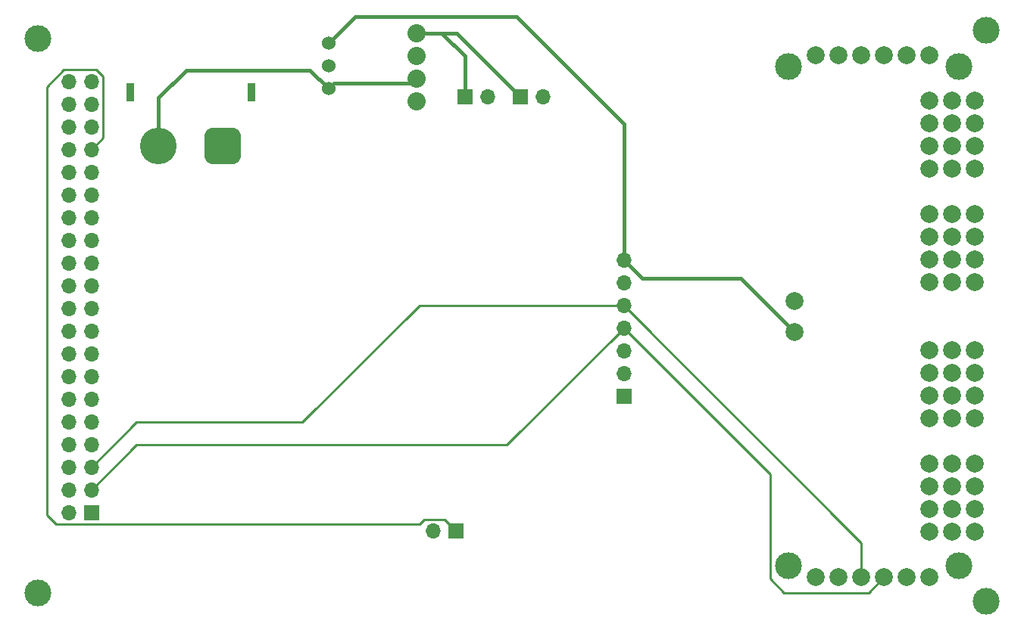
<source format=gbr>
%TF.GenerationSoftware,KiCad,Pcbnew,8.0.1*%
%TF.CreationDate,2024-05-24T12:35:21-07:00*%
%TF.ProjectId,pcb-v3,7063622d-7633-42e6-9b69-6361645f7063,rev?*%
%TF.SameCoordinates,Original*%
%TF.FileFunction,Copper,L1,Top*%
%TF.FilePolarity,Positive*%
%FSLAX46Y46*%
G04 Gerber Fmt 4.6, Leading zero omitted, Abs format (unit mm)*
G04 Created by KiCad (PCBNEW 8.0.1) date 2024-05-24 12:35:21*
%MOMM*%
%LPD*%
G01*
G04 APERTURE LIST*
G04 Aperture macros list*
%AMRoundRect*
0 Rectangle with rounded corners*
0 $1 Rounding radius*
0 $2 $3 $4 $5 $6 $7 $8 $9 X,Y pos of 4 corners*
0 Add a 4 corners polygon primitive as box body*
4,1,4,$2,$3,$4,$5,$6,$7,$8,$9,$2,$3,0*
0 Add four circle primitives for the rounded corners*
1,1,$1+$1,$2,$3*
1,1,$1+$1,$4,$5*
1,1,$1+$1,$6,$7*
1,1,$1+$1,$8,$9*
0 Add four rect primitives between the rounded corners*
20,1,$1+$1,$2,$3,$4,$5,0*
20,1,$1+$1,$4,$5,$6,$7,0*
20,1,$1+$1,$6,$7,$8,$9,0*
20,1,$1+$1,$8,$9,$2,$3,0*%
G04 Aperture macros list end*
%TA.AperFunction,WasherPad*%
%ADD10C,3.000000*%
%TD*%
%TA.AperFunction,ComponentPad*%
%ADD11R,1.700000X1.700000*%
%TD*%
%TA.AperFunction,ComponentPad*%
%ADD12O,1.700000X1.700000*%
%TD*%
%TA.AperFunction,ComponentPad*%
%ADD13C,2.032000*%
%TD*%
%TA.AperFunction,ComponentPad*%
%ADD14C,1.524000*%
%TD*%
%TA.AperFunction,ComponentPad*%
%ADD15C,2.000000*%
%TD*%
%TA.AperFunction,ComponentPad*%
%ADD16R,0.900000X2.000000*%
%TD*%
%TA.AperFunction,ComponentPad*%
%ADD17RoundRect,1.025000X-1.025000X-1.025000X1.025000X-1.025000X1.025000X1.025000X-1.025000X1.025000X0*%
%TD*%
%TA.AperFunction,ComponentPad*%
%ADD18C,4.100000*%
%TD*%
%TA.AperFunction,Conductor*%
%ADD19C,0.250000*%
%TD*%
%TA.AperFunction,Conductor*%
%ADD20C,0.410000*%
%TD*%
G04 APERTURE END LIST*
D10*
%TO.P,,*%
%TO.N,*%
X234000000Y-94000000D03*
%TD*%
%TO.P,,*%
%TO.N,*%
X234000000Y-30000000D03*
%TD*%
%TO.P,,*%
%TO.N,*%
X128000000Y-31000000D03*
%TD*%
%TO.P,,*%
%TO.N,*%
X128000000Y-93000000D03*
%TD*%
D11*
%TO.P,J1,1,Pin_1*%
%TO.N,STABLE_12V*%
X175725000Y-37505000D03*
D12*
%TO.P,J1,2,Pin_2*%
%TO.N,GND*%
X178265000Y-37505000D03*
%TD*%
D11*
%TO.P,J4,1,Pin_1*%
%TO.N,ESC*%
X174775000Y-86125000D03*
D12*
%TO.P,J4,2,Pin_2*%
%TO.N,GND*%
X172235000Y-86125000D03*
%TD*%
D13*
%TO.P,Q2,1,-Vin*%
%TO.N,GND*%
X170330400Y-37956000D03*
%TO.P,Q2,2,+Vin*%
%TO.N,+12V*%
X170330400Y-35416000D03*
%TO.P,Q2,3,-Vout*%
%TO.N,GND*%
X170330400Y-32876000D03*
%TO.P,Q2,4,+Vout*%
%TO.N,STABLE_12V*%
X170330400Y-30336000D03*
%TD*%
D11*
%TO.P,J2,1,Pin_1*%
%TO.N,unconnected-(J2-Pin_1-Pad1)*%
X193500000Y-71000000D03*
D12*
%TO.P,J2,2,Pin_2*%
%TO.N,unconnected-(J2-Pin_2-Pad2)*%
X193500000Y-68460000D03*
%TO.P,J2,3,Pin_3*%
%TO.N,GND*%
X193500000Y-65920000D03*
%TO.P,J2,4,Pin_4*%
%TO.N,SDA*%
X193500000Y-63380000D03*
%TO.P,J2,5,Pin_5*%
%TO.N,SCL*%
X193500000Y-60840000D03*
%TO.P,J2,6,Pin_6*%
%TO.N,GND*%
X193500000Y-58300000D03*
%TO.P,J2,7,Pin_7*%
%TO.N,+5V*%
X193500000Y-55760000D03*
%TD*%
D11*
%TO.P,J3,1,Pin_1*%
%TO.N,STABLE_12V*%
X181960000Y-37500000D03*
D12*
%TO.P,J3,2,Pin_2*%
%TO.N,GND*%
X184500000Y-37500000D03*
%TD*%
D14*
%TO.P,Q1,1,Vin*%
%TO.N,+12V*%
X160500000Y-36580000D03*
%TO.P,Q1,2,GND*%
%TO.N,GND*%
X160500000Y-34040000D03*
%TO.P,Q1,3,Vout*%
%TO.N,+5V*%
X160500000Y-31500000D03*
%TD*%
D10*
%TO.P,U2,*%
%TO.N,*%
X211952000Y-90000000D03*
X231002000Y-89974600D03*
X211952000Y-34094600D03*
X231002000Y-34094600D03*
D15*
%TO.P,U2,1,A0*%
%TO.N,unconnected-(U2-A0-Pad1)_10*%
X227700000Y-91244600D03*
%TO.N,unconnected-(U2-A0-Pad1)_13*%
X230240000Y-86164600D03*
%TO.N,unconnected-(U2-A0-Pad1)_12*%
X230240000Y-83624600D03*
%TO.N,unconnected-(U2-A0-Pad1)_4*%
X230240000Y-81084600D03*
%TO.N,unconnected-(U2-A0-Pad1)_16*%
X230240000Y-78544600D03*
%TO.N,unconnected-(U2-A0-Pad1)_14*%
X230240000Y-73464600D03*
%TO.N,unconnected-(U2-A0-Pad1)_0*%
X230240000Y-70924600D03*
%TO.N,unconnected-(U2-A0-Pad1)_11*%
X230240000Y-68384600D03*
%TO.N,unconnected-(U2-A0-Pad1)_7*%
X230240000Y-65844600D03*
%TO.N,unconnected-(U2-A0-Pad1)_1*%
X230240000Y-58224600D03*
%TO.N,unconnected-(U2-A0-Pad1)_6*%
X230240000Y-55684600D03*
%TO.N,unconnected-(U2-A0-Pad1)_5*%
X230240000Y-53144600D03*
%TO.N,unconnected-(U2-A0-Pad1)_2*%
X230240000Y-50604600D03*
%TO.N,unconnected-(U2-A0-Pad1)_8*%
X230240000Y-45524600D03*
%TO.N,unconnected-(U2-A0-Pad1)*%
X230240000Y-42984600D03*
%TO.N,unconnected-(U2-A0-Pad1)_9*%
X230240000Y-40444600D03*
%TO.N,unconnected-(U2-A0-Pad1)_15*%
X230240000Y-37904600D03*
%TO.N,unconnected-(U2-A0-Pad1)_3*%
X227700000Y-32824600D03*
%TO.P,U2,2,A1*%
%TO.N,unconnected-(U2-A1-Pad2)_0*%
X225160000Y-91244600D03*
%TO.N,unconnected-(U2-A1-Pad2)*%
X225160000Y-32824600D03*
%TO.P,U2,3,A2*%
%TO.N,SDA*%
X222620000Y-91244600D03*
%TO.N,N/C*%
X222620000Y-32824600D03*
%TO.P,U2,4,A3*%
%TO.N,SCL*%
X220080000Y-91244600D03*
%TO.N,N/C*%
X220080000Y-32824600D03*
%TO.P,U2,5,A4*%
%TO.N,unconnected-(U2-A4-Pad5)_0*%
X217540000Y-91244600D03*
%TO.N,unconnected-(U2-A4-Pad5)*%
X217540000Y-32824600D03*
%TO.P,U2,6,PWM0*%
%TO.N,unconnected-(U2-PWM0-Pad6)_8*%
X215000000Y-91244600D03*
%TO.N,unconnected-(U2-PWM0-Pad6)_0*%
X232780000Y-86164600D03*
%TO.N,unconnected-(U2-PWM0-Pad6)_1*%
X232780000Y-83624600D03*
%TO.N,unconnected-(U2-PWM0-Pad6)_2*%
X232780000Y-81084600D03*
%TO.N,unconnected-(U2-PWM0-Pad6)_12*%
X232780000Y-78544600D03*
%TO.N,unconnected-(U2-PWM0-Pad6)_7*%
X232780000Y-73464600D03*
%TO.N,unconnected-(U2-PWM0-Pad6)_14*%
X232780000Y-70924600D03*
%TO.N,unconnected-(U2-PWM0-Pad6)_9*%
X232780000Y-68384600D03*
%TO.N,unconnected-(U2-PWM0-Pad6)*%
X232780000Y-65844600D03*
%TO.N,unconnected-(U2-PWM0-Pad6)_3*%
X232780000Y-58224600D03*
%TO.N,unconnected-(U2-PWM0-Pad6)_16*%
X232780000Y-55684600D03*
%TO.N,unconnected-(U2-PWM0-Pad6)_15*%
X232780000Y-53144600D03*
%TO.N,unconnected-(U2-PWM0-Pad6)_10*%
X232780000Y-50604600D03*
%TO.N,unconnected-(U2-PWM0-Pad6)_11*%
X232780000Y-45524600D03*
%TO.N,unconnected-(U2-PWM0-Pad6)_4*%
X232780000Y-42984600D03*
%TO.N,unconnected-(U2-PWM0-Pad6)_5*%
X232780000Y-40444600D03*
%TO.N,unconnected-(U2-PWM0-Pad6)_6*%
X232780000Y-37904600D03*
%TO.N,unconnected-(U2-PWM0-Pad6)_13*%
X215000000Y-32824600D03*
%TO.P,U2,7,PWM1*%
%TO.N,unconnected-(U2-PWM1-Pad7)*%
X227700000Y-86164600D03*
%TO.P,U2,8,PWM2*%
%TO.N,unconnected-(U2-PWM2-Pad8)*%
X227700000Y-83624600D03*
%TO.P,U2,9,PWM3*%
%TO.N,unconnected-(U2-PWM3-Pad9)*%
X227700000Y-81084600D03*
%TO.P,U2,10,PWM4*%
%TO.N,unconnected-(U2-PWM4-Pad10)*%
X227700000Y-78544600D03*
%TO.P,U2,11,PWM5*%
%TO.N,unconnected-(U2-PWM5-Pad11)*%
X227700000Y-73464600D03*
%TO.P,U2,12,PWM6*%
%TO.N,unconnected-(U2-PWM6-Pad12)*%
X227700000Y-70924600D03*
%TO.P,U2,13,PWM7*%
%TO.N,unconnected-(U2-PWM7-Pad13)*%
X227700000Y-68384600D03*
%TO.P,U2,14,GND*%
%TO.N,GND*%
X227700000Y-65844600D03*
%TO.P,U2,15,PWM8*%
%TO.N,unconnected-(U2-PWM8-Pad15)*%
X227700000Y-58224600D03*
%TO.P,U2,16,PWM9*%
%TO.N,unconnected-(U2-PWM9-Pad16)*%
X227700000Y-55684600D03*
%TO.P,U2,17,PWM10*%
%TO.N,unconnected-(U2-PWM10-Pad17)*%
X227700000Y-53144600D03*
%TO.P,U2,18,PWM11*%
%TO.N,unconnected-(U2-PWM11-Pad18)*%
X227700000Y-50604600D03*
%TO.P,U2,19,PWM12*%
%TO.N,unconnected-(U2-PWM12-Pad19)*%
X227700000Y-45524600D03*
%TO.P,U2,20,PWM13*%
%TO.N,unconnected-(U2-PWM13-Pad20)*%
X227700000Y-42984600D03*
%TO.P,U2,21,PWM14*%
%TO.N,unconnected-(U2-PWM14-Pad21)*%
X227700000Y-40444600D03*
%TO.P,U2,22,PWM15*%
%TO.N,unconnected-(U2-PWM15-Pad22)*%
X227700000Y-37904600D03*
%TO.P,U2,24,A5*%
%TO.N,+5V*%
X212587000Y-63812600D03*
%TO.P,U2,25,EXTCLK*%
%TO.N,GND*%
X212587000Y-60358200D03*
%TD*%
D16*
%TO.P,C2,*%
%TO.N,*%
X138350000Y-37000000D03*
X151850000Y-37000000D03*
D17*
%TO.P,C2,1,Vin*%
%TO.N,GND*%
X148700000Y-43000000D03*
D18*
%TO.P,C2,2,Vout*%
%TO.N,+12V*%
X141500000Y-43000000D03*
%TD*%
D11*
%TO.P,J5,1,Pin_1*%
%TO.N,N/C*%
X134000000Y-84020000D03*
D12*
%TO.P,J5,2,Pin_2*%
X131460000Y-84020000D03*
%TO.P,J5,3,Pin_3*%
%TO.N,SDA*%
X134000000Y-81480000D03*
%TO.P,J5,4,Pin_4*%
%TO.N,N/C*%
X131460000Y-81480000D03*
%TO.P,J5,5,Pin_5*%
%TO.N,SCL*%
X134000000Y-78940000D03*
%TO.P,J5,6,Pin_6*%
%TO.N,GND*%
X131460000Y-78940000D03*
%TO.P,J5,7,Pin_7*%
%TO.N,unconnected-(J5-Pin_7-Pad7)*%
X134000000Y-76400000D03*
%TO.P,J5,8,Pin_8*%
%TO.N,unconnected-(J5-Pin_8-Pad8)*%
X131460000Y-76400000D03*
%TO.P,J5,9,Pin_9*%
%TO.N,GND*%
X134000000Y-73860000D03*
%TO.P,J5,10,Pin_10*%
%TO.N,unconnected-(J5-Pin_10-Pad10)*%
X131460000Y-73860000D03*
%TO.P,J5,11,Pin_11*%
%TO.N,unconnected-(J5-Pin_11-Pad11)*%
X134000000Y-71320000D03*
%TO.P,J5,12,Pin_12*%
%TO.N,unconnected-(J5-Pin_12-Pad12)*%
X131460000Y-71320000D03*
%TO.P,J5,13,Pin_13*%
%TO.N,unconnected-(J5-Pin_13-Pad13)*%
X134000000Y-68780000D03*
%TO.P,J5,14,Pin_14*%
%TO.N,GND*%
X131460000Y-68780000D03*
%TO.P,J5,15,Pin_15*%
%TO.N,unconnected-(J5-Pin_15-Pad15)*%
X134000000Y-66240000D03*
%TO.P,J5,16,Pin_16*%
%TO.N,unconnected-(J5-Pin_16-Pad16)*%
X131460000Y-66240000D03*
%TO.P,J5,17,Pin_17*%
%TO.N,N/C*%
X134000000Y-63700000D03*
%TO.P,J5,18,Pin_18*%
%TO.N,unconnected-(J5-Pin_18-Pad18)*%
X131460000Y-63700000D03*
%TO.P,J5,19,Pin_19*%
%TO.N,unconnected-(J5-Pin_19-Pad19)*%
X134000000Y-61160000D03*
%TO.P,J5,20,Pin_20*%
%TO.N,GND*%
X131460000Y-61160000D03*
%TO.P,J5,21,Pin_21*%
%TO.N,unconnected-(J5-Pin_21-Pad21)*%
X134000000Y-58620000D03*
%TO.P,J5,22,Pin_22*%
%TO.N,unconnected-(J5-Pin_22-Pad22)*%
X131460000Y-58620000D03*
%TO.P,J5,23,Pin_23*%
%TO.N,unconnected-(J5-Pin_23-Pad23)*%
X134000000Y-56080000D03*
%TO.P,J5,24,Pin_24*%
%TO.N,unconnected-(J5-Pin_24-Pad24)*%
X131460000Y-56080000D03*
%TO.P,J5,25,Pin_25*%
%TO.N,GND*%
X134000000Y-53540000D03*
%TO.P,J5,26,Pin_26*%
%TO.N,unconnected-(J5-Pin_26-Pad26)*%
X131460000Y-53540000D03*
%TO.P,J5,27,Pin_27*%
%TO.N,unconnected-(J5-Pin_27-Pad27)*%
X134000000Y-51000000D03*
%TO.P,J5,28,Pin_28*%
%TO.N,unconnected-(J5-Pin_28-Pad28)*%
X131460000Y-51000000D03*
%TO.P,J5,29,Pin_29*%
%TO.N,unconnected-(J5-Pin_29-Pad29)*%
X134000000Y-48460000D03*
%TO.P,J5,30,Pin_30*%
%TO.N,GND*%
X131460000Y-48460000D03*
%TO.P,J5,31,Pin_31*%
%TO.N,unconnected-(J5-Pin_31-Pad31)*%
X134000000Y-45920000D03*
%TO.P,J5,32,Pin_32*%
%TO.N,SERVO*%
X131460000Y-45920000D03*
%TO.P,J5,33,Pin_33*%
%TO.N,ESC*%
X134000000Y-43380000D03*
%TO.P,J5,34,Pin_34*%
%TO.N,GND*%
X131460000Y-43380000D03*
%TO.P,J5,35,Pin_35*%
%TO.N,unconnected-(J5-Pin_35-Pad35)*%
X134000000Y-40840000D03*
%TO.P,J5,36,Pin_36*%
%TO.N,unconnected-(J5-Pin_36-Pad36)*%
X131460000Y-40840000D03*
%TO.P,J5,37,Pin_37*%
%TO.N,unconnected-(J5-Pin_37-Pad37)*%
X134000000Y-38300000D03*
%TO.P,J5,38,Pin_38*%
%TO.N,unconnected-(J5-Pin_38-Pad38)*%
X131460000Y-38300000D03*
%TO.P,J5,39,Pin_39*%
%TO.N,GND*%
X134000000Y-35760000D03*
%TO.P,J5,40,Pin_40*%
%TO.N,unconnected-(J5-Pin_40-Pad40)*%
X131460000Y-35760000D03*
%TD*%
D19*
%TO.N,ESC*%
X134000000Y-43380000D02*
X135300000Y-42080000D01*
X135300000Y-42080000D02*
X135300000Y-35221522D01*
X171175000Y-84825000D02*
X173475000Y-84825000D01*
X135300000Y-35221522D02*
X134538478Y-34460000D01*
X130921522Y-34460000D02*
X129000000Y-36381522D01*
X134538478Y-34460000D02*
X130921522Y-34460000D01*
X173475000Y-84825000D02*
X174775000Y-86125000D01*
X129000000Y-36381522D02*
X129000000Y-84320000D01*
X129000000Y-84320000D02*
X130000000Y-85320000D01*
X130000000Y-85320000D02*
X170680000Y-85320000D01*
X170680000Y-85320000D02*
X171175000Y-84825000D01*
%TO.N,SDA*%
X180420000Y-76460000D02*
X139020000Y-76460000D01*
X139020000Y-76460000D02*
X134000000Y-81480000D01*
%TO.N,SCL*%
X157580000Y-73920000D02*
X139020000Y-73920000D01*
X139020000Y-73920000D02*
X134000000Y-78940000D01*
D20*
%TO.N,+5V*%
X206582400Y-57808000D02*
X195548000Y-57808000D01*
X195548000Y-57808000D02*
X193500000Y-55760000D01*
X206582400Y-57808000D02*
X212587000Y-63812600D01*
D19*
%TO.N,SDA*%
X193500000Y-63380000D02*
X209860000Y-79740000D01*
X209860000Y-79740000D02*
X209860000Y-91429600D01*
X209860000Y-91429600D02*
X211430400Y-93000000D01*
X211430400Y-93000000D02*
X220864600Y-93000000D01*
X220864600Y-93000000D02*
X222620000Y-91244600D01*
%TO.N,SCL*%
X193500000Y-60840000D02*
X220080000Y-87420000D01*
X220080000Y-87420000D02*
X220080000Y-91244600D01*
D20*
%TO.N,+12V*%
X144575000Y-34500000D02*
X158420000Y-34500000D01*
X144575000Y-34500000D02*
X141500000Y-37575000D01*
X169746400Y-36000000D02*
X170330400Y-35416000D01*
X160500000Y-36580000D02*
X161080000Y-36000000D01*
X161080000Y-36000000D02*
X169746400Y-36000000D01*
X158420000Y-34500000D02*
X160500000Y-36580000D01*
X141500000Y-37575000D02*
X141500000Y-43000000D01*
%TO.N,+5V*%
X193500000Y-40500000D02*
X193500000Y-55760000D01*
X163480000Y-28520000D02*
X181520000Y-28520000D01*
X160500000Y-31500000D02*
X163480000Y-28520000D01*
X181520000Y-28520000D02*
X193500000Y-40500000D01*
D19*
%TO.N,SCL*%
X170660000Y-60840000D02*
X193500000Y-60840000D01*
X157580000Y-73920000D02*
X170660000Y-60840000D01*
%TO.N,SDA*%
X180420000Y-76460000D02*
X193500000Y-63380000D01*
D20*
%TO.N,STABLE_12V*%
X174796000Y-30336000D02*
X181960000Y-37500000D01*
X170330400Y-30336000D02*
X173140000Y-30336000D01*
X175725000Y-32921000D02*
X175725000Y-37505000D01*
X173140000Y-30336000D02*
X175725000Y-32921000D01*
X173140000Y-30336000D02*
X174796000Y-30336000D01*
%TD*%
M02*

</source>
